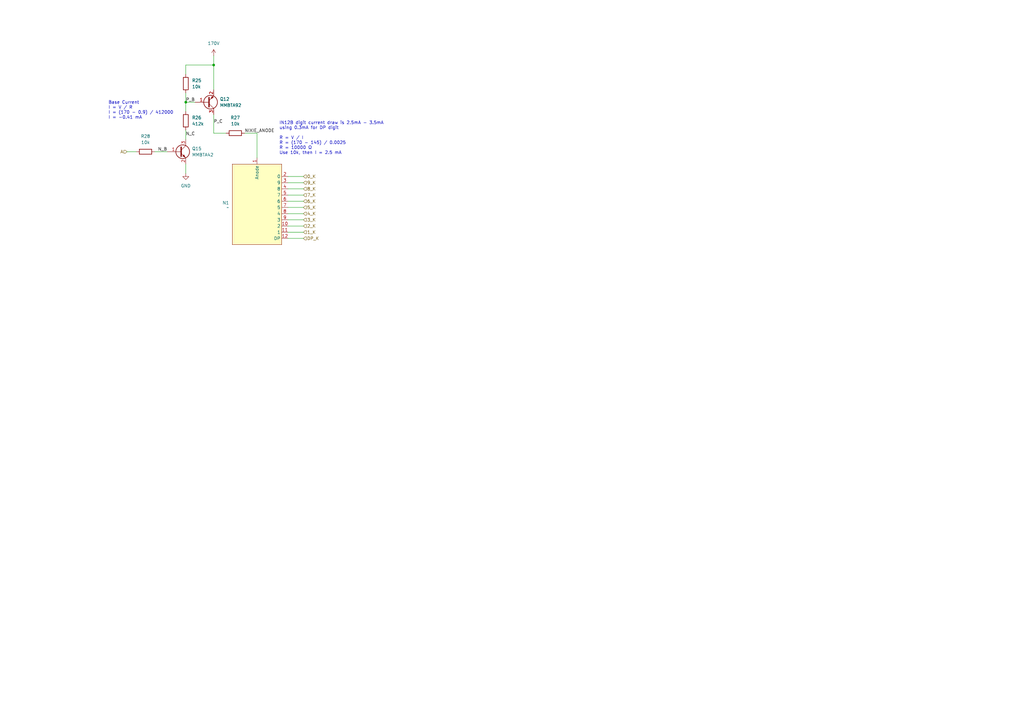
<source format=kicad_sch>
(kicad_sch (version 20231120) (generator "eeschema") (generator_version "8.0")
  (paper "A3")
  (title_block (title "Nixie Driver Board Schematic") (date "2024-05-26") (rev "0.1.0"))
  (lib_symbols
    (symbol "Custom:170V" (power) (pin_numbers hide) (pin_names (offset 0) hide)
      (property "Value" "170V" (at 0 3.556 0))
      (symbol "170V_0_1"
        (polyline (pts (xy -0.762 1.27) (xy 0 2.54)))
        (polyline (pts (xy 0 0) (xy 0 2.54)))
        (polyline (pts (xy 0 2.54) (xy 0.762 1.27)))
      )
      (symbol "170V_1_1"
        (pin power_in line (at 0 0 90) (length 0) (name "~") (number "1"))
      )
    )
    (symbol "Custom:IN12"
      (property "Reference" "N" (at 10.16 -35.56 0))
      (symbol "IN12_1_1"
        (rectangle (start 0 0) (end 20.32 -33.02) (fill (type background)))
        (pin passive line (at 10.16 2.54 270) (length 2.54) (name "Anode") (number "1"))
        (pin passive line (at 22.86 -25.4 180) (length 2.54) (name "2") (number "10"))
        (pin passive line (at 22.86 -27.94 180) (length 2.54) (name "1") (number "11"))
        (pin passive line (at 22.86 -30.48 180) (length 2.54) (name "DP") (number "12"))
        (pin passive line (at 22.86 -5.08 180) (length 2.54) (name "0") (number "2"))
        (pin passive line (at 22.86 -7.62 180) (length 2.54) (name "9") (number "3"))
        (pin passive line (at 22.86 -10.16 180) (length 2.54) (name "8") (number "4"))
        (pin passive line (at 22.86 -12.7 180) (length 2.54) (name "7") (number "5"))
        (pin passive line (at 22.86 -15.24 180) (length 2.54) (name "6") (number "6"))
        (pin passive line (at 22.86 -17.78 180) (length 2.54) (name "5") (number "7"))
        (pin passive line (at 22.86 -20.32 180) (length 2.54) (name "4") (number "8"))
        (pin passive line (at 22.86 -22.86 180) (length 2.54) (name "3") (number "9"))
      )
    )
    (symbol "Device:R" (pin_numbers hide) (pin_names (offset 0))
      (property "Reference" "R" (at 2.032 0 90))
      (property "Value" "R" (at 0 0 90))
      (symbol "R_0_1"
        (rectangle (start -1.016 -2.54) (end 1.016 2.54) (stroke (width 0.254)))
      )
      (symbol "R_1_1"
        (pin passive line (at 0 3.81 270) (length 1.27) (name "~") (number "1"))
        (pin passive line (at 0 -3.81 90) (length 1.27) (name "~") (number "2"))
      )
    )
    (symbol "Transistor_BJT:MMBTA42" (pin_names (offset 0) hide)
      (property "Reference" "Q" (at 5.08 1.905 0))
      (property "Value" "MMBTA42" (at 5.08 0 0))
      (symbol "MMBTA42_0_1"
        (polyline (pts (xy 0 0) (xy 0.635 0)))
        (polyline (pts (xy 0.635 0.635) (xy 2.54 2.54)))
        (polyline (pts (xy 0.635 -0.635) (xy 2.54 -2.54) (xy 2.54 -2.54)))
        (polyline (pts (xy 0.635 1.905) (xy 0.635 -1.905) (xy 0.635 -1.905)) (stroke (width 0.508)))
        (polyline (pts (xy 1.27 -1.778) (xy 1.778 -1.27) (xy 2.286 -2.286) (xy 1.27 -1.778) (xy 1.27 -1.778)) (fill (type outline)))
        (circle (center 1.27 0) (radius 2.8194) (stroke (width 0.254)))
      )
      (symbol "MMBTA42_1_1"
        (pin input line (at -5.08 0 0) (length 5.08) (name "B") (number "1"))
        (pin passive line (at 2.54 -5.08 90) (length 2.54) (name "E") (number "2"))
        (pin passive line (at 2.54 5.08 270) (length 2.54) (name "C") (number "3"))
      )
    )
    (symbol "Transistor_BJT:MMBTA92" (pin_names (offset 0) hide)
      (property "Reference" "Q" (at 5.08 1.905 0))
      (property "Value" "MMBTA92" (at 5.08 0 0))
      (symbol "MMBTA92_0_1"
        (polyline (pts (xy 0 0) (xy 0.635 0)))
        (polyline (pts (xy 2.54 -2.54) (xy 0.635 -0.635)))
        (polyline (pts (xy 2.54 2.54) (xy 0.635 0.635)))
        (polyline (pts (xy 0.635 1.905) (xy 0.635 -1.905) (xy 0.635 -1.905)) (stroke (width 0.508)) (fill (type outline)))
        (polyline (pts (xy 1.905 -2.413) (xy 2.413 -1.905) (xy 1.397 -1.397) (xy 1.905 -2.413) (xy 1.905 -2.413)) (fill (type outline)))
        (circle (center 1.27 0) (radius 2.8194) (stroke (width 0.254)))
      )
      (symbol "MMBTA92_1_1"
        (pin input line (at -5.08 0 0) (length 5.08) (name "B") (number "1"))
        (pin passive line (at 2.54 -5.08 90) (length 2.54) (name "E") (number "2"))
        (pin passive line (at 2.54 5.08 270) (length 2.54) (name "C") (number "3"))
      )
    )
    (symbol "power:GND" (power) (pin_numbers hide) (pin_names (offset 0) hide)
      (property "Value" "GND" (at 0 -3.81 0))
      (symbol "GND_0_1"
        (polyline (pts (xy 0 0) (xy 0 -1.27) (xy 1.27 -1.27) (xy 0 -2.54) (xy -1.27 -1.27) (xy 0 -1.27)))
      )
      (symbol "GND_1_1"
        (pin power_in line (at 0 0 270) (length 0) (name "~") (number "1"))
      )
    )
  )
  (junction (at 76.2 41.91))
  (junction (at 87.63 26.67))
  (wire (pts (xy 118.11 97.79) (xy 124.46 97.79)))
  (wire (pts (xy 76.2 38.1) (xy 76.2 41.91)))
  (wire (pts (xy 63.5 62.23) (xy 68.58 62.23)))
  (wire (pts (xy 87.63 54.61) (xy 92.71 54.61)))
  (wire (pts (xy 76.2 41.91) (xy 80.01 41.91)))
  (wire (pts (xy 87.63 26.67) (xy 76.2 26.67)))
  (wire (pts (xy 105.41 54.61) (xy 105.41 64.77)))
  (wire (pts (xy 118.11 90.17) (xy 124.46 90.17)))
  (wire (pts (xy 52.07 62.23) (xy 55.88 62.23)))
  (wire (pts (xy 100.33 54.61) (xy 105.41 54.61)))
  (wire (pts (xy 118.11 77.47) (xy 124.46 77.47)))
  (wire (pts (xy 118.11 82.55) (xy 124.46 82.55)))
  (wire (pts (xy 76.2 67.31) (xy 76.2 71.12)))
  (wire (pts (xy 87.63 22.86) (xy 87.63 26.67)))
  (wire (pts (xy 118.11 72.39) (xy 124.46 72.39)))
  (wire (pts (xy 118.11 87.63) (xy 124.46 87.63)))
  (wire (pts (xy 76.2 26.67) (xy 76.2 30.48)))
  (wire (pts (xy 118.11 80.01) (xy 124.46 80.01)))
  (wire (pts (xy 118.11 85.09) (xy 124.46 85.09)))
  (wire (pts (xy 87.63 46.99) (xy 87.63 54.61)))
  (wire (pts (xy 76.2 41.91) (xy 76.2 45.72)))
  (wire (pts (xy 118.11 95.25) (xy 124.46 95.25)))
  (wire (pts (xy 87.63 36.83) (xy 87.63 26.67)))
  (wire (pts (xy 76.2 53.34) (xy 76.2 57.15)))
  (wire (pts (xy 118.11 74.93) (xy 124.46 74.93)))
  (wire (pts (xy 118.11 92.71) (xy 124.46 92.71)))
  (text "Base Current\nI = V / R\nI = (170 - 0.9) / 412000\nI = -0.41 mA" (at 44.45 45.212 0) (effects (font (size 1.27 1.27)) (justify left)))
  (text "IN12B digit current draw is 2.5mA - 3.5mA\nusing 0.3mA for DP digit\n\nR = V / I\nR = (170 - 145) / 0.0025\nR = 10000 Ω\nUse 10k, then I = 2.5 mA" (at 114.554 63.5 0) (effects (font (size 1.27 1.27)) (justify left bottom)))
  (label "P_C" (at 87.63 50.8 0))
  (label "P_B" (at 76.2 41.91 0))
  (label "N_C" (at 76.2 55.88 0))
  (label "NIXIE_ANODE" (at 100.33 54.61 0))
  (label "N_B" (at 64.77 62.23 0))
  (hierarchical_label "2_K" (shape input) (at 124.46 92.71 0))
  (hierarchical_label "3_K" (shape input) (at 124.46 90.17 0))
  (hierarchical_label "1_K" (shape input) (at 124.46 95.25 0))
  (hierarchical_label "6_K" (shape input) (at 124.46 82.55 0))
  (hierarchical_label "8_K" (shape input) (at 124.46 77.47 0))
  (hierarchical_label "9_K" (shape input) (at 124.46 74.93 0))
  (hierarchical_label "5_K" (shape input) (at 124.46 85.09 0))
  (hierarchical_label "7_K" (shape input) (at 124.46 80.01 0))
  (hierarchical_label "4_K" (shape input) (at 124.46 87.63 0))
  (hierarchical_label "DP_K" (shape input) (at 124.46 97.79 0))
  (hierarchical_label "A" (shape input) (at 52.07 62.23 180))
  (hierarchical_label "0_K" (shape input) (at 124.46 72.39 0))
  (symbol (lib_id "power:GND") (at 76.2 71.12 0) (unit 1)
    (property "Reference" "#PWR025" (effects (hide yes)))
    (property "Value" "GND" (at 76.2 76.2 0))
    (property "Description" "Power symbol creates a global label with name \"GND\" , ground" (effects (hide yes)))
    (instances (project "nixie_board" (path "" (reference "#PWR025") (unit 1)) (path "" (reference "#PWR027") (unit 1)) (path "" (reference "#PWR029") (unit 1)) (path "" (reference "#PWR031") (unit 1)) (path "" (reference "#PWR033") (unit 1)) (path "" (reference "#PWR035") (unit 1)) (path "" (reference "#PWR037") (unit 1)) (path "" (reference "#PWR039") (unit 1))))
  )
  (symbol (lib_id "Device:R") (at 76.2 34.29 0) (unit 1)
    (property "Reference" "R25" (at 78.74 33.0199 0) (effects (justify left)))
    (property "Value" "10k" (at 78.74 35.5599 0) (effects (justify left)))
    (property "Footprint" "Resistor_SMD:R_1206_3216Metric" (effects (hide yes)))
    (property "Description" "Resistor" (effects (hide yes)))
    (instances (project "nixie_board" (path "" (reference "R25") (unit 1)) (path "" (reference "R29") (unit 1)) (path "" (reference "R33") (unit 1)) (path "" (reference "R37") (unit 1)) (path "" (reference "R41") (unit 1)) (path "" (reference "R45") (unit 1)) (path "" (reference "R49") (unit 1)) (path "" (reference "R53") (unit 1))))
  )
  (symbol (lib_id "Transistor_BJT:MMBTA42") (at 73.66 62.23 0) (unit 1)
    (property "Reference" "Q15" (at 78.74 60.9599 0) (effects (justify left)))
    (property "Value" "MMBTA42" (at 78.74 63.4999 0) (effects (justify left)))
    (property "Footprint" "Package_TO_SOT_SMD:SOT-23" (effects (hide yes)))
    (property "Datasheet" "https://www.onsemi.com/pub/Collateral/MMBTA42LT1-D.PDF" (effects (hide yes)))
    (property "Description" "0.5A Ic, 300V Vce, NPN High Voltage Transistor, SOT-23" (effects (hide yes)))
    (instances (project "nixie_board" (path "" (reference "Q15") (unit 1)) (path "" (reference "Q17") (unit 1)) (path "" (reference "Q19") (unit 1)) (path "" (reference "Q21") (unit 1)) (path "" (reference "Q23") (unit 1)) (path "" (reference "Q25") (unit 1)) (path "" (reference "Q27") (unit 1)) (path "" (reference "Q13") (unit 1))))
  )
  (symbol (lib_id "Custom:170V") (at 87.63 22.86 0) (unit 1)
    (property "Reference" "#PWR024" (effects (hide yes)))
    (property "Value" "170V" (at 87.63 17.78 0))
    (property "Description" "Power symbol creates a global label with name \"VCC\"" (effects (hide yes)))
    (instances (project "nixie_board" (path "" (reference "#PWR024") (unit 1)) (path "" (reference "#PWR026") (unit 1)) (path "" (reference "#PWR028") (unit 1)) (path "" (reference "#PWR030") (unit 1)) (path "" (reference "#PWR032") (unit 1)) (path "" (reference "#PWR034") (unit 1)) (path "" (reference "#PWR036") (unit 1)) (path "" (reference "#PWR038") (unit 1))))
  )
  (symbol (lib_id "Custom:IN12") (at 95.25 67.31 0) (unit 1)
    (property "Reference" "N1" (at 93.98 83.1849 0) (effects (justify right)))
    (property "Value" "~" (at 93.98 85.09 0) (effects (justify right)))
    (property "Footprint" "Custom:IN12" (effects (hide yes)))
    (instances (project "nixie_board" (path "" (reference "N1") (unit 1)) (path "" (reference "N2") (unit 1)) (path "" (reference "N3") (unit 1)) (path "" (reference "N4") (unit 1)) (path "" (reference "N5") (unit 1)) (path "" (reference "N6") (unit 1)) (path "" (reference "N7") (unit 1)) (path "" (reference "N8") (unit 1))))
  )
  (symbol (lib_id "Device:R") (at 76.2 49.53 0) (unit 1)
    (property "Reference" "R26" (at 78.74 48.2599 0) (effects (justify left)))
    (property "Value" "412k" (at 78.74 50.7999 0) (effects (justify left)))
    (property "Footprint" "Resistor_SMD:R_1206_3216Metric" (effects (hide yes)))
    (property "Description" "Resistor" (effects (hide yes)))
    (instances (project "nixie_board" (path "" (reference "R26") (unit 1)) (path "" (reference "R30") (unit 1)) (path "" (reference "R34") (unit 1)) (path "" (reference "R38") (unit 1)) (path "" (reference "R42") (unit 1)) (path "" (reference "R46") (unit 1)) (path "" (reference "R50") (unit 1)) (path "" (reference "R54") (unit 1))))
  )
  (symbol (lib_id "Transistor_BJT:MMBTA92") (at 85.09 41.91 0) (mirror x) (unit 1)
    (property "Reference" "Q12" (at 90.17 40.6399 0) (effects (justify left)))
    (property "Value" "MMBTA92" (at 90.17 43.1799 0) (effects (justify left)))
    (property "Footprint" "Package_TO_SOT_SMD:SOT-23" (effects (hide yes)))
    (property "Datasheet" "https://www.onsemi.com/pub/Collateral/MMBTA92LT1-D.PDF" (effects (hide yes)))
    (property "Description" "0.5A Ic, 300V Vce, PNP High Voltage Transistor, SOT-23" (effects (hide yes)))
    (instances (project "nixie_board" (path "" (reference "Q12") (unit 1)) (path "" (reference "Q14") (unit 1)) (path "" (reference "Q16") (unit 1)) (path "" (reference "Q18") (unit 1)) (path "" (reference "Q20") (unit 1)) (path "" (reference "Q22") (unit 1)) (path "" (reference "Q24") (unit 1)) (path "" (reference "Q26") (unit 1))))
  )
  (symbol (lib_id "Device:R") (at 59.69 62.23 90) (unit 1)
    (property "Reference" "R28" (at 59.69 55.88 90))
    (property "Value" "10k" (at 59.69 58.42 90))
    (property "Footprint" "Resistor_SMD:R_0603_1608Metric" (effects (hide yes)))
    (property "Description" "Resistor" (effects (hide yes)))
    (instances (project "nixie_board" (path "" (reference "R28") (unit 1)) (path "" (reference "R32") (unit 1)) (path "" (reference "R36") (unit 1)) (path "" (reference "R40") (unit 1)) (path "" (reference "R44") (unit 1)) (path "" (reference "R48") (unit 1)) (path "" (reference "R52") (unit 1)) (path "" (reference "R56") (unit 1))))
  )
  (symbol (lib_id "Device:R") (at 96.52 54.61 90) (unit 1)
    (property "Reference" "R27" (at 96.52 48.26 90))
    (property "Value" "10k" (at 96.52 50.8 90))
    (property "Footprint" "Resistor_SMD:R_1206_3216Metric" (effects (hide yes)))
    (property "Description" "Resistor" (effects (hide yes)))
    (instances (project "nixie_board" (path "" (reference "R27") (unit 1)) (path "" (reference "R31") (unit 1)) (path "" (reference "R35") (unit 1)) (path "" (reference "R39") (unit 1)) (path "" (reference "R43") (unit 1)) (path "" (reference "R47") (unit 1)) (path "" (reference "R51") (unit 1)) (path "" (reference "R55") (unit 1))))
  )
)
</source>
